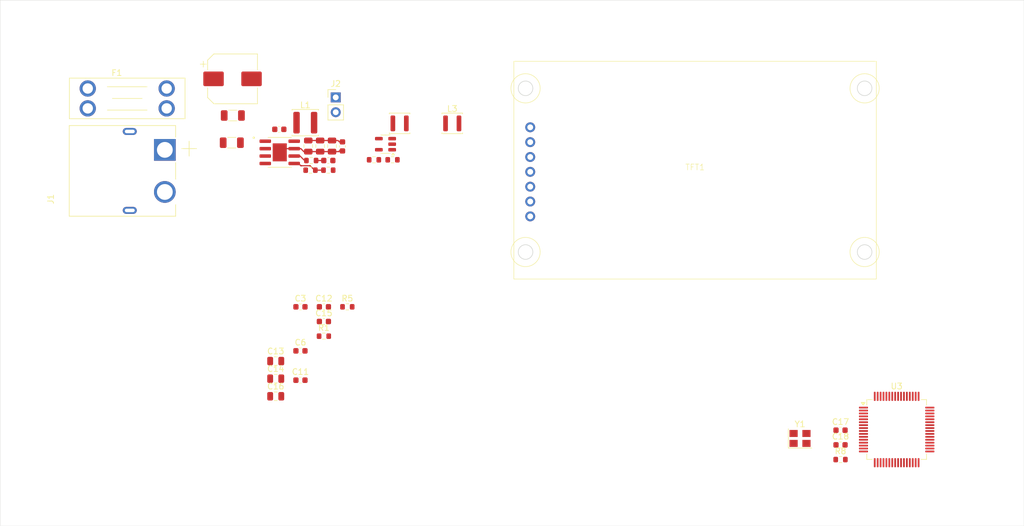
<source format=kicad_pcb>
(kicad_pcb (version 20241229) (generator "pcbnew") (generator_version "9.0")
  (layers (0 "F.Cu" signal) (4 "In1.Cu" signal) (6 "In2.Cu" signal) (2 "B.Cu" signal) (13 "F.Paste" user) (15 "B.Paste" user) (5 "F.SilkS" user "F.Silkscreen") (7 "B.SilkS" user "B.Silkscreen") (1 "F.Mask" user) (3 "B.Mask" user) (25 "Edge.Cuts" user))
  (net 0 "")
  (net 1 "/+vin")
  (net 2 "GND")
  (net 3 "Net-(U1-SS)")
  (net 4 "Net-(U1-SW)")
  (net 5 "Net-(U1-BST)")
  (net 6 "Net-(C5-Pad1)")
  (net 7 "5V")
  (net 8 "Net-(U1-FB)")
  (net 9 "+3V3")
  (net 10 "Net-(U2-FB)")
  (net 11 "+3.3VA")
  (net 12 "Net-(J1-+)")
  (net 13 "Net-(U2-LX)")
  (net 14 "Net-(U1-EN)")
  (net 15 "Net-(U1-COMP)")
  (net 16 "Net-(U2-EN)")
  (net 45 "Net-(U3-VSS-Pad18)")
  (net 78 "Net-(C17-Pad1)")
  (net 79 "Net-(C18-Pad1)")
  (footprint "OchlastaFootprints:GMT020-02 TFT Display" (layer "F.Cu") (at 153.543 48.133)
    (property "Reference" "TFT1" (at 0 -0.5 0) (layer "F.SilkS") (effects (font (thickness 0.1))))
    (property "Value" "~")
    (fp_rect (start -31 -18.625) (end 31 18.625) (stroke (width 0.1)) (fill no) (layer "F.SilkS"))
    (fp_circle (center -29 -14) (end -26.5 -14) (stroke (width 0.1)) (fill no) (layer "F.SilkS"))
    (fp_circle (center -29 14) (end -26.5 14) (stroke (width 0.1)) (fill no) (layer "F.SilkS"))
    (fp_circle (center 29 -14) (end 31.5 -14) (stroke (width 0.1)) (fill no) (layer "F.SilkS"))
    (fp_circle (center 29 14) (end 31.5 14) (stroke (width 0.1)) (fill no) (layer "F.SilkS"))
    (fp_circle (center -29 -14) (end -27.75 -14) (stroke (width 0.1)) (fill no) (layer "Edge.Cuts"))
    (fp_circle (center -29 14) (end -27.75 14) (stroke (width 0.1)) (fill no) (layer "Edge.Cuts"))
    (fp_circle (center 29 -14) (end 30.25 -14) (stroke (width 0.1)) (fill no) (layer "Edge.Cuts"))
    (fp_circle (center 29 14) (end 30.25 14) (stroke (width 0.1)) (fill no) (layer "Edge.Cuts"))
    (pad "1" thru_hole circle (at -28.2 7.905) (size 1.7 1.7) (drill 1) (layers "*.Cu" "*.Mask") (net 2 "GND"))
    (pad "2" thru_hole circle (at -28.2 5.365) (size 1.7 1.7) (drill 1) (layers "*.Cu" "*.Mask") (net 9 "+3V3"))
    (pad "3" thru_hole circle (at -28.2 2.825) (size 1.7 1.7) (drill 1) (layers "*.Cu" "*.Mask"))
    (pad "4" thru_hole circle (at -28.2 0.285) (size 1.7 1.7) (drill 1) (layers "*.Cu" "*.Mask"))
    (pad "5" thru_hole circle (at -28.2 -2.255) (size 1.7 1.7) (drill 1) (layers "*.Cu" "*.Mask"))
    (pad "6" thru_hole circle (at -28.2 -4.795) (size 1.7 1.7) (drill 1) (layers "*.Cu" "*.Mask"))
    (pad "7" thru_hole circle (at -28.2 -7.335) (size 1.7 1.7) (drill 1) (layers "*.Cu" "*.Mask"))
  )
  (footprint "Capacitor_SMD:C_0805_2012Metric" (layer "F.Cu") (at 81.809 80.788)
    (property "Reference" "C13" (at 0 -1.68 0) (layer "F.SilkS"))
    (property "Value" "22 uF")
    (fp_line (start -0.261252 -0.735) (end 0.261252 -0.735) (stroke (width 0.12)) (layer "F.SilkS"))
    (fp_line (start -0.261252 0.735) (end 0.261252 0.735) (stroke (width 0.12)) (layer "F.SilkS"))
    (pad "1" smd roundrect (at -0.95 0) (size 1 1.45) (layers "F.Cu" "F.Mask" "F.Paste") (net 9 "+3V3"))
    (pad "2" smd roundrect (at 0.95 0) (size 1 1.45) (layers "F.Cu" "F.Mask" "F.Paste") (net 2 "GND"))
  )
  (footprint "Capacitor_SMD:C_0805_2012Metric" (layer "F.Cu") (at 81.809 86.808)
    (property "Reference" "C16" (at 0 -1.68 0) (layer "F.SilkS"))
    (property "Value" "22 uF")
    (fp_line (start -0.261252 -0.735) (end 0.261252 -0.735) (stroke (width 0.12)) (layer "F.SilkS"))
    (fp_line (start -0.261252 0.735) (end 0.261252 0.735) (stroke (width 0.12)) (layer "F.SilkS"))
    (pad "1" smd roundrect (at -0.95 0) (size 1 1.45) (layers "F.Cu" "F.Mask" "F.Paste") (net 11 "+3.3VA"))
    (pad "2" smd roundrect (at 0.95 0) (size 1 1.45) (layers "F.Cu" "F.Mask" "F.Paste") (net 2 "GND"))
  )
  (footprint "Inductor_SMD:L_Changjiang_FNR4030S" (layer "F.Cu") (at 86.868 40.005)
    (property "Reference" "L1" (at 0 -3 0) (layer "F.SilkS"))
    (property "Value" "3.6 uH" (hide yes))
    (fp_line (start -2.26 -2.26) (end -2.26 -2.11) (stroke (width 0.12)) (layer "F.SilkS"))
    (fp_line (start -2.26 -2.26) (end 2.26 -2.26) (stroke (width 0.12)) (layer "F.SilkS"))
    (fp_line (start -2.26 2.26) (end -2.26 2.11) (stroke (width 0.12)) (layer "F.SilkS"))
    (fp_line (start -2.26 2.26) (end 2.26 2.26) (stroke (width 0.12)) (layer "F.SilkS"))
    (fp_line (start 2.26 -2.26) (end 2.26 -2.11) (stroke (width 0.12)) (layer "F.SilkS"))
    (fp_line (start 2.26 2.26) (end 2.26 2.11) (stroke (width 0.12)) (layer "F.SilkS"))
    (pad "1" smd roundrect (at -1.5 0) (size 1.1 3.7) (layers "F.Cu" "F.Mask" "F.Paste") (roundrect_rratio 0.227273) (net 4 "Net-(U1-SW)"))
    (pad "2" smd roundrect (at 1.5 0) (size 1.1 3.7) (layers "F.Cu" "F.Mask" "F.Paste") (roundrect_rratio 0.227273) (net 7 "5V"))
  )
  (footprint "Resistor_SMD:R_0603_1608Metric" (layer "F.Cu") (at 87.757 48.133 180)
    (property "Reference" "R4" (hide yes))
    (property "Value" "22.1 k 1%" (hide yes))
    (fp_line (start -0.237258 0.5225) (end 0.237258 0.5225) (stroke (width 0.12)) (layer "F.SilkS"))
    (fp_line (start -0.237258 -0.5225) (end 0.237258 -0.5225) (stroke (width 0.12)) (layer "F.SilkS"))
    (pad "1" smd roundrect (at -0.825 0 180) (size 0.8 0.95) (layers "F.Cu" "F.Mask" "F.Paste") (net 8 "Net-(U1-FB)"))
    (pad "2" smd roundrect (at 0.825 0 180) (size 0.8 0.95) (layers "F.Cu" "F.Mask" "F.Paste") (net 2 "GND"))
  )
  (footprint "Capacitor_SMD:C_0603_1608Metric" (layer "F.Cu") (at 82.423 41.148)
    (property "Reference" "C4" (hide yes))
    (property "Value" "100 nF" (hide yes))
    (fp_line (start -0.14058 -0.51) (end 0.14058 -0.51) (stroke (width 0.12)) (layer "F.SilkS"))
    (fp_line (start -0.14058 0.51) (end 0.14058 0.51) (stroke (width 0.12)) (layer "F.SilkS"))
    (pad "1" smd roundrect (at -0.775 0) (size 0.9 0.95) (layers "F.Cu" "F.Mask" "F.Paste") (net 5 "Net-(U1-BST)"))
    (pad "2" smd roundrect (at 0.775 0) (size 0.9 0.95) (layers "F.Cu" "F.Mask" "F.Paste") (net 4 "Net-(U1-SW)"))
  )
  (footprint "Capacitor_SMD:C_0805_2012Metric" (layer "F.Cu") (at 87.376 44.008 -90)
    (property "Reference" "C10" (hide yes))
    (property "Value" "22 uF" (hide yes))
    (fp_line (start -0.261252 0.735) (end 0.261252 0.735) (stroke (width 0.12)) (layer "F.SilkS"))
    (fp_line (start -0.261252 -0.735) (end 0.261252 -0.735) (stroke (width 0.12)) (layer "F.SilkS"))
    (pad "1" smd roundrect (at -0.95 0 270) (size 1 1.45) (layers "F.Cu" "F.Mask" "F.Paste") (net 7 "5V"))
    (pad "2" smd roundrect (at 0.95 0 270) (size 1 1.45) (layers "F.Cu" "F.Mask" "F.Paste") (net 2 "GND"))
  )
  (footprint "Resistor_SMD:R_0603_1608Metric" (layer "F.Cu") (at 90.805 48.133 180)
    (property "Reference" "R3" (hide yes))
    (property "Value" "124k 1%" (hide yes))
    (fp_line (start -0.237258 0.5225) (end 0.237258 0.5225) (stroke (width 0.12)) (layer "F.SilkS"))
    (fp_line (start -0.237258 -0.5225) (end 0.237258 -0.5225) (stroke (width 0.12)) (layer "F.SilkS"))
    (pad "1" smd roundrect (at -0.825 0 180) (size 0.8 0.95) (layers "F.Cu" "F.Mask" "F.Paste") (net 7 "5V"))
    (pad "2" smd roundrect (at 0.825 0 180) (size 0.8 0.95) (layers "F.Cu" "F.Mask" "F.Paste") (net 8 "Net-(U1-FB)"))
  )
  (footprint "SnapMagic_downloads:AMASS_XT60PW-M" (layer "F.Cu") (at 56.84275 48.26 90)
    (property "Reference" "J1" (at -4.8236 -13.51498 90) (layer "F.SilkS") (effects (font (size 1.000441 1.000441))))
    (property "Value" "XT60PW-M")
    (fp_line (start 7.75 -10.35) (end -7.75 -10.35) (stroke (width 0.127)) (layer "F.SilkS"))
    (fp_line (start -7.75 -10.35) (end -7.75 7.85) (stroke (width 0.127)) (layer "F.SilkS"))
    (fp_line (start 7.75 7.85) (end 7.75 -10.35) (stroke (width 0.127)) (layer "F.SilkS"))
    (fp_line (start 7.75 7.85) (end 5.778 7.85) (stroke (width 0.127)) (layer "F.SilkS"))
    (fp_line (start -1.422 7.85) (end 1.422 7.85) (stroke (width 0.127)) (layer "F.SilkS"))
    (fp_line (start -7.75 7.85) (end -5.778 7.85) (stroke (width 0.127)) (layer "F.SilkS"))
    (fp_line (start 5.08 10.16) (end 3.81 10.16) (stroke (width 0.127)) (layer "F.SilkS"))
    (fp_line (start 3.81 10.16) (end 3.81 8.89) (stroke (width 0.127)) (layer "F.SilkS"))
    (fp_line (start 3.81 10.16) (end 3.81 11.43) (stroke (width 0.127)) (layer "F.SilkS"))
    (fp_line (start 2.54 10.16) (end 3.81 10.16) (stroke (width 0.127)) (layer "F.SilkS"))
    (pad "1" thru_hole rect (at 3.6 6 90) (size 3.716 3.716) (drill 2.7) (layers "*.Cu" "*.Mask") (net 12 "Net-(J1-+)"))
    (pad "2" thru_hole circle (at -3.6 6 90) (size 3.716 3.716) (drill 2.7) (layers "*.Cu" "*.Mask") (net 2 "GND"))
    (pad "S1" thru_hole oval (at 6.75 0 90) (size 1.2 2.4) (drill oval 0.6 1.7) (layers "*.Cu" "*.Mask"))
    (pad "S2" thru_hole oval (at -6.75 0 90) (size 1.2 2.4) (drill oval 0.6 1.7) (layers "*.Cu" "*.Mask"))
  )
  (footprint "OchlastaFootprints:Fuseholder_Keystone_3557" (layer "F.Cu") (at 49.657 34.163)
    (property "Reference" "F1" (at 4.96 -2.67 0) (layer "F.SilkS"))
    (property "Value" "Fuse 30A")
    (fp_line (start -3.14 -1.77) (end -3.14 5.17) (stroke (width 0.12)) (layer "F.SilkS"))
    (fp_line (start -3.14 5.17) (end 16.64 5.17) (stroke (width 0.12)) (layer "F.SilkS"))
    (fp_line (start 3.36 -0.3) (end 10.14 -0.3) (stroke (width 0.12)) (layer "F.SilkS"))
    (fp_line (start 4.21 1.7) (end 9.29 1.7) (stroke (width 0.12)) (layer "F.SilkS"))
    (fp_line (start 10.14 3.7) (end 3.36 3.7) (stroke (width 0.12)) (layer "F.SilkS"))
    (fp_line (start 16.64 -1.77) (end -3.14 -1.77) (stroke (width 0.12)) (layer "F.SilkS"))
    (fp_line (start 16.64 5.17) (end 16.64 -1.77) (stroke (width 0.12)) (layer "F.SilkS"))
    (pad "1" thru_hole circle (at 0 0) (size 2.78 2.78) (drill 1.78) (layers "*.Cu" "*.Mask") (net 12 "Net-(J1-+)"))
    (pad "1" thru_hole circle (at 0 3.4) (size 2.78 2.78) (drill 1.78) (layers "*.Cu" "*.Mask") (net 12 "Net-(J1-+)"))
    (pad "2" thru_hole circle (at 13.5 0) (size 2.78 2.78) (drill 1.78) (layers "*.Cu" "*.Mask") (net 1 "/+vin"))
    (pad "2" thru_hole circle (at 13.5 3.4) (size 2.78 2.78) (drill 1.78) (layers "*.Cu" "*.Mask") (net 1 "/+vin"))
  )
  (footprint "Capacitor_SMD:C_0805_2012Metric" (layer "F.Cu") (at 91.44 44.008 -90)
    (property "Reference" "C8" (hide yes))
    (property "Value" "22 uF" (hide yes))
    (fp_line (start -0.261252 0.735) (end 0.261252 0.735) (stroke (width 0.12)) (layer "F.SilkS"))
    (fp_line (start -0.261252 -0.735) (end 0.261252 -0.735) (stroke (width 0.12)) (layer "F.SilkS"))
    (pad "1" smd roundrect (at -0.95 0 270) (size 1 1.45) (layers "F.Cu" "F.Mask" "F.Paste") (net 7 "5V"))
    (pad "2" smd roundrect (at 0.95 0 270) (size 1 1.45) (layers "F.Cu" "F.Mask" "F.Paste") (net 2 "GND"))
  )
  (footprint "Capacitor_SMD:C_0603_1608Metric" (layer "F.Cu") (at 86.039 79.038)
    (property "Reference" "C6" (at 0 -1.43 0) (layer "F.SilkS"))
    (property "Value" "open")
    (fp_line (start -0.14058 -0.51) (end 0.14058 -0.51) (stroke (width 0.12)) (layer "F.SilkS"))
    (fp_line (start -0.14058 0.51) (end 0.14058 0.51) (stroke (width 0.12)) (layer "F.SilkS"))
    (pad "1" smd roundrect (at -0.775 0) (size 0.9 0.95) (layers "F.Cu" "F.Mask" "F.Paste") (net 7 "5V"))
    (pad "2" smd roundrect (at 0.775 0) (size 0.9 0.95) (layers "F.Cu" "F.Mask" "F.Paste") (net 8 "Net-(U1-FB)"))
  )
  (footprint "Capacitor_SMD:C_0603_1608Metric" (layer "F.Cu") (at 178.422 92.613)
    (property "Reference" "C17" (at 0 -1.43 0) (layer "F.SilkS"))
    (property "Value" "12 pF")
    (fp_line (start -0.14058 -0.51) (end 0.14058 -0.51) (stroke (width 0.12)) (layer "F.SilkS"))
    (fp_line (start -0.14058 0.51) (end 0.14058 0.51) (stroke (width 0.12)) (layer "F.SilkS"))
    (pad "1" smd roundrect (at -0.775 0) (size 0.9 0.95) (layers "F.Cu" "F.Mask" "F.Paste") (net 78 "Net-(C17-Pad1)"))
    (pad "2" smd roundrect (at 0.775 0) (size 0.9 0.95) (layers "F.Cu" "F.Mask" "F.Paste") (net 2 "GND"))
  )
  (footprint "Resistor_SMD:R_0603_1608Metric" (layer "F.Cu") (at 87.884 46.482)
    (property "Reference" "R2" (hide yes))
    (property "Value" "15 k" (hide yes))
    (fp_line (start -0.237258 -0.5225) (end 0.237258 -0.5225) (stroke (width 0.12)) (layer "F.SilkS"))
    (fp_line (start -0.237258 0.5225) (end 0.237258 0.5225) (stroke (width 0.12)) (layer "F.SilkS"))
    (pad "1" smd roundrect (at -0.825 0) (size 0.8 0.95) (layers "F.Cu" "F.Mask" "F.Paste") (net 15 "Net-(U1-COMP)"))
    (pad "2" smd roundrect (at 0.825 0) (size 0.8 0.95) (layers "F.Cu" "F.Mask" "F.Paste") (net 6 "Net-(C5-Pad1)"))
  )
  (footprint "Capacitor_SMD:C_0603_1608Metric" (layer "F.Cu") (at 90.049 71.508)
    (property "Reference" "C12" (at 0 -1.43 0) (layer "F.SilkS"))
    (property "Value" "100 nF")
    (fp_line (start -0.14058 -0.51) (end 0.14058 -0.51) (stroke (width 0.12)) (layer "F.SilkS"))
    (fp_line (start -0.14058 0.51) (end 0.14058 0.51) (stroke (width 0.12)) (layer "F.SilkS"))
    (pad "1" smd roundrect (at -0.775 0) (size 0.9 0.95) (layers "F.Cu" "F.Mask" "F.Paste") (net 9 "+3V3"))
    (pad "2" smd roundrect (at 0.775 0) (size 0.9 0.95) (layers "F.Cu" "F.Mask" "F.Paste") (net 2 "GND"))
  )
  (footprint "Capacitor_SMD:C_0603_1608Metric" (layer "F.Cu") (at 86.039 71.508)
    (property "Reference" "C3" (at 0 -1.43 0) (layer "F.SilkS"))
    (property "Value" "10 nF")
    (fp_line (start -0.14058 -0.51) (end 0.14058 -0.51) (stroke (width 0.12)) (layer "F.SilkS"))
    (fp_line (start -0.14058 0.51) (end 0.14058 0.51) (stroke (width 0.12)) (layer "F.SilkS"))
    (pad "1" smd roundrect (at -0.775 0) (size 0.9 0.95) (layers "F.Cu" "F.Mask" "F.Paste") (net 3 "Net-(U1-SS)"))
    (pad "2" smd roundrect (at 0.775 0) (size 0.9 0.95) (layers "F.Cu" "F.Mask" "F.Paste") (net 2 "GND"))
  )
  (footprint "Capacitor_SMD:C_0603_1608Metric" (layer "F.Cu") (at 93.218 44.069 -90)
    (property "Reference" "C7" (hide yes))
    (property "Value" "100 nF" (hide yes))
    (fp_line (start -0.14058 0.51) (end 0.14058 0.51) (stroke (width 0.12)) (layer "F.SilkS"))
    (fp_line (start -0.14058 -0.51) (end 0.14058 -0.51) (stroke (width 0.12)) (layer "F.SilkS"))
    (pad "1" smd roundrect (at -0.775 0 270) (size 0.9 0.95) (layers "F.Cu" "F.Mask" "F.Paste") (net 7 "5V"))
    (pad "2" smd roundrect (at 0.775 0 270) (size 0.9 0.95) (layers "F.Cu" "F.Mask" "F.Paste") (net 2 "GND"))
  )
  (footprint "Capacitor_SMD:C_0805_2012Metric" (layer "F.Cu") (at 89.408 44.008 -90)
    (property "Reference" "C9" (hide yes))
    (property "Value" "22 uF" (hide yes))
    (fp_line (start -0.261252 0.735) (end 0.261252 0.735) (stroke (width 0.12)) (layer "F.SilkS"))
    (fp_line (start -0.261252 -0.735) (end 0.261252 -0.735) (stroke (width 0.12)) (layer "F.SilkS"))
    (pad "1" smd roundrect (at -0.95 0 270) (size 1 1.45) (layers "F.Cu" "F.Mask" "F.Paste") (net 7 "5V"))
    (pad "2" smd roundrect (at 0.95 0 270) (size 1 1.45) (layers "F.Cu" "F.Mask" "F.Paste") (net 2 "GND"))
  )
  (footprint "Capacitor_SMD:C_0603_1608Metric" (layer "F.Cu") (at 90.049 74.018)
    (property "Reference" "C15" (at 0 -1.43 0) (layer "F.SilkS"))
    (property "Value" "100 nF")
    (fp_line (start -0.14058 -0.51) (end 0.14058 -0.51) (stroke (width 0.12)) (layer "F.SilkS"))
    (fp_line (start -0.14058 0.51) (end 0.14058 0.51) (stroke (width 0.12)) (layer "F.SilkS"))
    (pad "1" smd roundrect (at -0.775 0) (size 0.9 0.95) (layers "F.Cu" "F.Mask" "F.Paste") (net 11 "+3.3VA"))
    (pad "2" smd roundrect (at 0.775 0) (size 0.9 0.95) (layers "F.Cu" "F.Mask" "F.Paste") (net 2 "GND"))
  )
  (footprint "Capacitor_SMD:C_0603_1608Metric" (layer "F.Cu") (at 86.039 84.058)
    (property "Reference" "C11" (at 0 -1.43 0) (layer "F.SilkS"))
    (property "Value" "22 pF")
    (fp_line (start -0.14058 -0.51) (end 0.14058 -0.51) (stroke (width 0.12)) (layer "F.SilkS"))
    (fp_line (start -0.14058 0.51) (end 0.14058 0.51) (stroke (width 0.12)) (layer "F.SilkS"))
    (pad "1" smd roundrect (at -0.775 0) (size 0.9 0.95) (layers "F.Cu" "F.Mask" "F.Paste") (net 9 "+3V3"))
    (pad "2" smd roundrect (at 0.775 0) (size 0.9 0.95) (layers "F.Cu" "F.Mask" "F.Paste") (net 10 "Net-(U2-FB)"))
  )
  (footprint "Capacitor_SMD:C_0603_1608Metric" (layer "F.Cu") (at 178.422 95.123)
    (property "Reference" "C18" (at 0 -1.43 0) (layer "F.SilkS"))
    (property "Value" "12 pF")
    (fp_line (start -0.14058 -0.51) (end 0.14058 -0.51) (stroke (width 0.12)) (layer "F.SilkS"))
    (fp_line (start -0.14058 0.51) (end 0.14058 0.51) (stroke (width 0.12)) (layer "F.SilkS"))
    (pad "1" smd roundrect (at -0.775 0) (size 0.9 0.95) (layers "F.Cu" "F.Mask" "F.Paste") (net 79 "Net-(C18-Pad1)"))
    (pad "2" smd roundrect (at 0.775 0) (size 0.9 0.95) (layers "F.Cu" "F.Mask" "F.Paste") (net 2 "GND"))
  )
  (footprint "Capacitor_SMD:C_1206_3216Metric" (layer "F.Cu") (at 74.471 38.783)
    (property "Reference" "C2" (hide yes))
    (property "Value" "10 uF 50V" (hide yes))
    (fp_line (start -0.711252 -0.91) (end 0.711252 -0.91) (stroke (width 0.12)) (layer "F.SilkS"))
    (fp_line (start -0.711252 0.91) (end 0.711252 0.91) (stroke (width 0.12)) (layer "F.SilkS"))
    (pad "1" smd roundrect (at -1.475 0) (size 1.15 1.8) (layers "F.Cu" "F.Mask" "F.Paste") (roundrect_rratio 0.217391) (net 1 "/+vin"))
    (pad "2" smd roundrect (at 1.475 0) (size 1.15 1.8) (layers "F.Cu" "F.Mask" "F.Paste") (roundrect_rratio 0.217391) (net 2 "GND"))
  )
  (footprint "Package_TO_SOT_SMD:TSOT-23-5" (layer "F.Cu") (at 100.5895 43.688 180)
    (property "Reference" "U2" (hide yes))
    (property "Value" "AP3429" (hide yes))
    (fp_line (start 0 1.56) (end 0.8 1.56) (stroke (width 0.12)) (layer "F.SilkS"))
    (fp_line (start 0 1.56) (end -0.8 1.56) (stroke (width 0.12)) (layer "F.SilkS"))
    (fp_line (start 0 -1.56) (end 0.8 -1.56) (stroke (width 0.12)) (layer "F.SilkS"))
    (fp_line (start 0 -1.56) (end -0.8 -1.56) (stroke (width 0.12)) (layer "F.SilkS"))
    (fp_poly (pts (xy -1.3 -1.51) (xy -1.54 -1.84) (xy -1.06 -1.84) (xy -1.3 -1.51)) (stroke (width 0.12)) (fill yes) (layer "F.SilkS"))
    (pad "1" smd roundrect (at -1.1375 -0.95 180) (size 1.325 0.6) (layers "F.Cu" "F.Mask" "F.Paste") (net 16 "Net-(U2-EN)"))
    (pad "2" smd roundrect (at -1.1375 0 180) (size 1.325 0.6) (layers "F.Cu" "F.Mask" "F.Paste") (net 2 "GND"))
    (pad "3" smd roundrect (at -1.1375 0.95 180) (size 1.325 0.6) (layers "F.Cu" "F.Mask" "F.Paste") (net 13 "Net-(U2-LX)"))
    (pad "4" smd roundrect (at 1.1375 0.95 180) (size 1.325 0.6) (layers "F.Cu" "F.Mask" "F.Paste") (net 7 "5V"))
    (pad "5" smd roundrect (at 1.1375 -0.95 180) (size 1.325 0.6) (layers "F.Cu" "F.Mask" "F.Paste") (net 10 "Net-(U2-FB)"))
  )
  (footprint "Capacitor_SMD:C_1206_3216Metric" (layer "F.Cu") (at 74.295 43.434)
    (property "Reference" "C1" (hide yes))
    (property "Value" "10 uF 50V" (hide yes))
    (fp_line (start -0.711252 -0.91) (end 0.711252 -0.91) (stroke (width 0.12)) (layer "F.SilkS"))
    (fp_line (start -0.711252 0.91) (end 0.711252 0.91) (stroke (width 0.12)) (layer "F.SilkS"))
    (pad "1" smd roundrect (at -1.475 0) (size 1.15 1.8) (layers "F.Cu" "F.Mask" "F.Paste") (roundrect_rratio 0.217391) (net 1 "/+vin"))
    (pad "2" smd roundrect (at 1.475 0) (size 1.15 1.8) (layers "F.Cu" "F.Mask" "F.Paste") (roundrect_rratio 0.217391) (net 2 "GND"))
  )
  (footprint "Resistor_SMD:R_0603_1608Metric" (layer "F.Cu") (at 94.059 71.508)
    (property "Reference" "R5" (at 0 -1.43 0) (layer "F.SilkS"))
    (property "Value" "10 k")
    (fp_line (start -0.237258 -0.5225) (end 0.237258 -0.5225) (stroke (width 0.12)) (layer "F.SilkS"))
    (fp_line (start -0.237258 0.5225) (end 0.237258 0.5225) (stroke (width 0.12)) (layer "F.SilkS"))
    (pad "1" smd roundrect (at -0.825 0) (size 0.8 0.95) (layers "F.Cu" "F.Mask" "F.Paste") (net 7 "5V"))
    (pad "2" smd roundrect (at 0.825 0) (size 0.8 0.95) (layers "F.Cu" "F.Mask" "F.Paste") (net 16 "Net-(U2-EN)"))
  )
  (footprint "Capacitor_SMD:C_0603_1608Metric" (layer "F.Cu") (at 90.805 46.482)
    (property "Reference" "C5" (hide yes))
    (property "Value" "2.7 nF" (hide yes))
    (fp_line (start -0.14058 -0.51) (end 0.14058 -0.51) (stroke (width 0.12)) (layer "F.SilkS"))
    (fp_line (start -0.14058 0.51) (end 0.14058 0.51) (stroke (width 0.12)) (layer "F.SilkS"))
    (pad "1" smd roundrect (at -0.775 0) (size 0.9 0.95) (layers "F.Cu" "F.Mask" "F.Paste") (net 6 "Net-(C5-Pad1)"))
    (pad "2" smd roundrect (at 0.775 0) (size 0.9 0.95) (layers "F.Cu" "F.Mask" "F.Paste") (net 2 "GND"))
  )
  (footprint "Resistor_SMD:R_0603_1608Metric" (layer "F.Cu") (at 178.422 97.633)
    (property "Reference" "R8" (at 0 -1.43 0) (layer "F.SilkS"))
    (property "Value" "47 R")
    (fp_line (start -0.237258 -0.5225) (end 0.237258 -0.5225) (stroke (width 0.12)) (layer "F.SilkS"))
    (fp_line (start -0.237258 0.5225) (end 0.237258 0.5225) (stroke (width 0.12)) (layer "F.SilkS"))
    (pad "1" smd roundrect (at -0.825 0) (size 0.8 0.95) (layers "F.Cu" "F.Mask" "F.Paste"))
    (pad "2" smd roundrect (at 0.825 0) (size 0.8 0.95) (layers "F.Cu" "F.Mask" "F.Paste") (net 79 "Net-(C18-Pad1)"))
  )
  (footprint "SnapMagic_downloads:SOIC127P600X170-9N" (layer "F.Cu") (at 82.497 45.085)
    (property "Reference" "U1" (hide yes))
    (property "Value" "AP64501SP-13" (hide yes))
    (fp_line (start -2 -2.55) (end 2 -2.55) (stroke (width 0.127)) (layer "F.SilkS"))
    (fp_line (start -2 2.55) (end 2 2.55) (stroke (width 0.127)) (layer "F.SilkS"))
    (fp_circle (center -4.445 -2.505) (end -4.345 -2.505) (stroke (width 0.2)) (fill no) (layer "F.SilkS"))
    (pad "1" smd roundrect (at -2.475 -1.905) (size 1.97 0.6) (layers "F.Cu" "F.Mask" "F.Paste") (net 5 "Net-(U1-BST)"))
    (pad "2" smd roundrect (at -2.475 -0.635) (size 1.97 0.6) (layers "F.Cu" "F.Mask" "F.Paste") (net 1 "/+vin"))
    (pad "3" smd roundrect (at -2.475 0.635) (size 1.97 0.6) (layers "F.Cu" "F.Mask" "F.Paste") (net 14 "Net-(U1-EN)"))
    (pad "4" smd roundrect (at -2.475 1.905) (size 1.97 0.6) (layers "F.Cu" "F.Mask" "F.Paste") (net 3 "Net-(U1-SS)"))
    (pad "5" smd roundrect (at 2.475 1.905) (size 1.97 0.6) (layers "F.Cu" "F.Mask" "F.Paste") (net 8 "Net-(U1-FB)"))
    (pad "6" smd roundrect (at 2.475 0.635) (size 1.97 0.6) (layers "F.Cu" "F.Mask" "F.Paste") (net 15 "Net-(U1-COMP)"))
    (pad "7" smd roundrect (at 2.475 -0.635) (size 1.97 0.6) (layers "F.Cu" "F.Mask" "F.Paste") (net 2 "GND"))
    (pad "8" smd roundrect (at 2.475 -1.905) (size 1.97 0.6) (layers "F.Cu" "F.Mask" "F.Paste") (net 4 "Net-(U1-SW)"))
    (pad "9" smd rect (at 0 0) (size 2.41 3.076) (layers "F.Cu" "F.Mask") (net 2 "GND"))
  )
  (footprint "Package_QFP:LQFP-64_10x10mm_P0.5mm" (layer "F.Cu") (at 188.02 92.496)
    (property "Reference" "U3" (at 0 -7.4 0) (layer "F.SilkS"))
    (property "Value" "STM32F334R8Tx")
    (fp_line (start -5.11 -5.11) (end -5.11 -4.16) (stroke (width 0.12)) (layer "F.SilkS"))
    (fp_line (start -5.11 5.11) (end -5.11 4.16) (stroke (width 0.12)) (layer "F.SilkS"))
    (fp_line (start -4.16 -5.11) (end -5.11 -5.11) (stroke (width 0.12)) (layer "F.SilkS"))
    (fp_line (start -4.16 5.11) (end -5.11 5.11) (stroke (width 0.12)) (layer "F.SilkS"))
    (fp_line (start 4.16 -5.11) (end 5.11 -5.11) (stroke (width 0.12)) (layer "F.SilkS"))
    (fp_line (start 4.16 5.11) (end 5.11 5.11) (stroke (width 0.12)) (layer "F.SilkS"))
    (fp_line (start 5.11 -5.11) (end 5.11 -4.16) (stroke (width 0.12)) (layer "F.SilkS"))
    (fp_line (start 5.11 5.11) (end 5.11 4.16) (stroke (width 0.12)) (layer "F.SilkS"))
    (fp_poly (pts (xy -5.725 -4.16) (xy -6.065 -4.63) (xy -5.385 -4.63) (xy -5.725 -4.16)) (stroke (width 0.12)) (fill yes) (layer "F.SilkS"))
    (pad "1" smd roundrect (at -5.675 -3.75) (size 1.55 0.3) (layers "F.Cu" "F.Mask" "F.Paste"))
    (pad "2" smd roundrect (at -5.675 -3.25) (size 1.55 0.3) (layers "F.Cu" "F.Mask" "F.Paste"))
    (pad "3" smd roundrect (at -5.675 -2.75) (size 1.55 0.3) (layers "F.Cu" "F.Mask" "F.Paste"))
    (pad "4" smd roundrect (at -5.675 -2.25) (size 1.55 0.3) (layers "F.Cu" "F.Mask" "F.Paste"))
    (pad "5" smd roundrect (at -5.675 -1.75) (size 1.55 0.3) (layers "F.Cu" "F.Mask" "F.Paste"))
    (pad "6" smd roundrect (at -5.675 -1.25) (size 1.55 0.3) (layers "F.Cu" "F.Mask" "F.Paste"))
    (pad "7" smd roundrect (at -5.675 -0.75) (size 1.55 0.3) (layers "F.Cu" "F.Mask" "F.Paste"))
    (pad "8" smd roundrect (at -5.675 -0.25) (size 1.55 0.3) (layers "F.Cu" "F.Mask" "F.Paste"))
    (pad "9" smd roundrect (at -5.675 0.25) (size 1.55 0.3) (layers "F.Cu" "F.Mask" "F.Paste"))
    (pad "10" smd roundrect (at -5.675 0.75) (size 1.55 0.3) (layers "F.Cu" "F.Mask" "F.Paste"))
    (pad "11" smd roundrect (at -5.675 1.25) (size 1.55 0.3) (layers "F.Cu" "F.Mask" "F.Paste"))
    (pad "12" smd roundrect (at -5.675 1.75) (size 1.55 0.3) (layers "F.Cu" "F.Mask" "F.Paste"))
    (pad "13" smd roundrect (at -5.675 2.25) (size 1.55 0.3) (layers "F.Cu" "F.Mask" "F.Paste"))
    (pad "14" smd roundrect (at -5.675 2.75) (size 1.55 0.3) (layers "F.Cu" "F.Mask" "F.Paste"))
    (pad "15" smd roundrect (at -5.675 3.25) (size 1.55 0.3) (layers "F.Cu" "F.Mask" "F.Paste"))
    (pad "16" smd roundrect (at -5.675 3.75) (size 1.55 0.3) (layers "F.Cu" "F.Mask" "F.Paste"))
    (pad "17" smd roundrect (at -3.75 5.675) (size 0.3 1.55) (layers "F.Cu" "F.Mask" "F.Paste"))
    (pad "18" smd roundrect (at -3.25 5.675) (size 0.3 1.55) (layers "F.Cu" "F.Mask" "F.Paste") (net 45 "Net-(U3-VSS-Pad18)"))
    (pad "19" smd roundrect (at -2.75 5.675) (size 0.3 1.55) (layers "F.Cu" "F.Mask" "F.Paste"))
    (pad "20" smd roundrect (at -2.25 5.675) (size 0.3 1.55) (layers "F.Cu" "F.Mask" "F.Paste"))
    (pad "21" smd roundrect (at -1.75 5.675) (size 0.3 1.55) (layers "F.Cu" "F.Mask" "F.Paste"))
    (pad "22" smd roundrect (at -1.25 5.675) (size 0.3 1.55) (layers "F.Cu" "F.Mask" "F.Paste"))
    (pad "23" smd roundrect (at -0.75 5.675) (size 0.3 1.55) (layers "F.Cu" "F.Mask" "F.Paste"))
    (pad "24" smd roundrect (at -0.25 5.675) (size 0.3 1.55) (layers "F.Cu" "F.Mask" "F.Paste"))
    (pad "25" smd roundrect (at 0.25 5.675) (size 0.3 1.55) (layers "F.Cu" "F.Mask" "F.Paste"))
    (pad "26" smd roundrect (at 0.75 5.675) (size 0.3 1.55) (layers "F.Cu" "F.Mask" "F.Paste"))
    (pad "27" smd roundrect (at 1.25 5.675) (size 0.3 1.55) (layers "F.Cu" "F.Mask" "F.Paste"))
    (pad "28" smd roundrect (at 1.75 5.675) (size 0.3 1.55) (layers "F.Cu" "F.Mask" "F.Paste"))
    (pad "29" smd roundrect (at 2.25 5.675) (size 0.3 1.55) (layers "F.Cu" "F.Mask" "F.Paste"))
    (pad "30" smd roundrect (at 2.75 5.675) (size 0.3 1.55) (layers "F.Cu" "F.Mask" "F.Paste"))
    (pad "31" smd roundrect (at 3.25 5.675) (size 0.3 1.55) (layers "F.Cu" "F.Mask" "F.Paste") (net 45 "Net-(U3-VSS-Pad18)"))
    (pad "32" smd roundrect (at 3.75 5.675) (size 0.3 1.55) (layers "F.Cu" "F.Mask" "F.Paste"))
    (pad "33" smd roundrect (at 5.675 3.75) (size 1.55 0.3) (layers "F.Cu" "F.Mask" "F.Paste"))
    (pad "34" smd roundrect (at 5.675 3.25) (size 1.55 0.3) (layers "F.Cu" "F.Mask" "F.Paste"))
    (pad "35" smd roundrect (at 5.675 2.75) (size 1.55 0.3) (layers "F.Cu" "F.Mask" "F.Paste"))
    (pad "36" smd roundrect (at 5.675 2.25) (size 1.55 0.3) (layers "F.Cu" "F.Mask" "F.Paste"))
    (pad "37" smd roundrect (at 5.675 1.75) (size 1.55 0.3) (layers "F.Cu" "F.Mask" "F.Paste"))
    (pad "38" smd roundrect (at 5.675 1.25) (size 1.55 0.3) (layers "F.Cu" "F.Mask" "F.Paste"))
    (pad "39" smd roundrect (at 5.675 0.75) (size 1.55 0.3) (layers "F.Cu" "F.Mask" "F.Paste"))
    (pad "40" smd roundrect (at 5.675 0.25) (size 1.55 0.3) (layers "F.Cu" "F.Mask" "F.Paste"))
    (pad "41" smd roundrect (at 5.675 -0.25) (size 1.55 0.3) (layers "F.Cu" "F.Mask" "F.Paste"))
    (pad "42" smd roundrect (at 5.675 -0.75) (size 1.55 0.3) (layers "F.Cu" "F.Mask" "F.Paste"))
    (pad "43" smd roundrect (at 5.675 -1.25) (size 1.55 0.3) (layers "F.Cu" "F.Mask" "F.Paste"))
    (pad "44" smd roundrect (at 5.675 -1.75) (size 1.55 0.3) (layers "F.Cu" "F.Mask" "F.Paste"))
    (pad "45" smd roundrect (at 5.675 -2.25) (size 1.55 0.3) (layers "F.Cu" "F.Mask" "F.Paste"))
    (pad "46" smd roundrect (at 5.675 -2.75) (size 1.55 0.3) (layers "F.Cu" "F.Mask" "F.Paste"))
    (pad "47" smd roundrect (at 5.675 -3.25) (size 1.55 0.3) (layers "F.Cu" "F.Mask" "F.Paste") (net 45 "Net-(U3-VSS-Pad18)"))
    (pad "48" smd roundrect (at 5.675 -3.75) (size 1.55 0.3) (layers "F.Cu" "F.Mask" "F.Paste"))
    (pad "49" smd roundrect (at 3.75 -5.675) (size 0.3 1.55) (layers "F.Cu" "F.Mask" "F.Paste"))
    (pad "50" smd roundrect (at 3.25 -5.675) (size 0.3 1.55) (layers "F.Cu" "F.Mask" "F.Paste"))
    (pad "51" smd roundrect (at 2.75 -5.675) (size 0.3 1.55) (layers "F.Cu" "F.Mask" "F.Paste"))
    (pad "52" smd roundrect (at 2.25 -5.675) (size 0.3 1.55) (layers "F.Cu" "F.Mask" "F.Paste"))
    (pad "53" smd roundrect (at 1.75 -5.675) (size 0.3 1.55) (layers "F.Cu" "F.Mask" "F.Paste"))
    (pad "54" smd roundrect (at 1.25 -5.675) (size 0.3 1.55) (layers "F.Cu" "F.Mask" "F.Paste"))
    (pad "55" smd roundrect (at 0.75 -5.675) (size 0.3 1.55) (layers "F.Cu" "F.Mask" "F.Paste"))
    (pad "56" smd roundrect (at 0.25 -5.675) (size 0.3 1.55) (layers "F.Cu" "F.Mask" "F.Paste"))
    (pad "57" smd roundrect (at -0.25 -5.675) (size 0.3 1.55) (layers "F.Cu" "F.Mask" "F.Paste"))
    (pad "58" smd roundrect (at -0.75 -5.675) (size 0.3 1.55) (layers "F.Cu" "F.Mask" "F.Paste"))
    (pad "59" smd roundrect (at -1.25 -5.675) (size 0.3 1.55) (layers "F.Cu" "F.Mask" "F.Paste"))
    (pad "60" smd roundrect (at -1.75 -5.675) (size 0.3 1.55) (layers "F.Cu" "F.Mask" "F.Paste"))
    (pad "61" smd roundrect (at -2.25 -5.675) (size 0.3 1.55) (layers "F.Cu" "F.Mask" "F.Paste"))
    (pad "62" smd roundrect (at -2.75 -5.675) (size 0.3 1.55) (layers "F.Cu" "F.Mask" "F.Paste"))
    (pad "63" smd roundrect (at -3.25 -5.675) (size 0.3 1.55) (layers "F.Cu" "F.Mask" "F.Paste") (net 45 "Net-(U3-VSS-Pad18)"))
    (pad "64" smd roundrect (at -3.75 -5.675) (size 0.3 1.55) (layers "F.Cu" "F.Mask" "F.Paste"))
  )
  (footprint "Inductor_SMD:L_Changjiang_FNR3015S" (layer "F.Cu") (at 102.997 40.132)
    (property "Reference" "L2" (hide yes))
    (property "Value" "2.2 uH" (hide yes))
    (fp_line (start -1.76 -1.76) (end -1.76 -1.61) (stroke (width 0.12)) (layer "F.SilkS"))
    (fp_line (start -1.76 -1.76) (end 1.76 -1.76) (stroke (width 0.12)) (layer "F.SilkS"))
    (fp_line (start -1.76 1.76) (end -1.76 1.61) (stroke (width 0.12)) (layer "F.SilkS"))
    (fp_line (start -1.76 1.76) (end 1.76 1.76) (stroke (width 0.12)) (layer "F.SilkS"))
    (fp_line (start 1.76 -1.76) (end 1.76 -1.61) (stroke (width 0.12)) (layer "F.SilkS"))
    (fp_line (start 1.76 1.76) (end 1.76 1.61) (stroke (width 0.12)) (layer "F.SilkS"))
    (pad "1" smd roundrect (at -1.15 0) (size 0.8 2.7) (layers "F.Cu" "F.Mask" "F.Paste") (net 13 "Net-(U2-LX)"))
    (pad "2" smd roundrect (at 1.15 0) (size 0.8 2.7) (layers "F.Cu" "F.Mask" "F.Paste") (net 9 "+3V3"))
  )
  (footprint "Resistor_SMD:R_0603_1608Metric" (layer "F.Cu") (at 90.049 76.528)
    (property "Reference" "R1" (at 0 -1.43 0) (layer "F.SilkS"))
    (property "Value" "10 k")
    (fp_line (start -0.237258 -0.5225) (end 0.237258 -0.5225) (stroke (width 0.12)) (layer "F.SilkS"))
    (fp_line (start -0.237258 0.5225) (end 0.237258 0.5225) (stroke (width 0.12)) (layer "F.SilkS"))
    (pad "1" smd roundrect (at -0.825 0) (size 0.8 0.95) (layers "F.Cu" "F.Mask" "F.Paste") (net 1 "/+vin"))
    (pad "2" smd roundrect (at 0.825 0) (size 0.8 0.95) (layers "F.Cu" "F.Mask" "F.Paste") (net 14 "Net-(U1-EN)"))
  )
  (footprint "Resistor_SMD:R_0603_1608Metric" (layer "F.Cu") (at 101.791 46.355)
    (property "Reference" "R6" (hide yes))
    (property "Value" "100 k 1%" (hide yes))
    (fp_line (start -0.237258 -0.5225) (end 0.237258 -0.5225) (stroke (width 0.12)) (layer "F.SilkS"))
    (fp_line (start -0.237258 0.5225) (end 0.237258 0.5225) (stroke (width 0.12)) (layer "F.SilkS"))
    (pad "1" smd roundrect (at -0.825 0) (size 0.8 0.95) (layers "F.Cu" "F.Mask" "F.Paste") (net 9 "+3V3"))
    (pad "2" smd roundrect (at 0.825 0) (size 0.8 0.95) (layers "F.Cu" "F.Mask" "F.Paste") (net 10 "Net-(U2-FB)"))
  )
  (footprint "Crystal:Crystal_SMD_3225-4Pin_3.2x2.5mm" (layer "F.Cu") (at 171.493 94.019)
    (property "Reference" "Y1" (at 0 -2.45 0) (layer "F.SilkS"))
    (property "Value" "Crystal_GND24")
    (fp_line (start -2 -1.65) (end -2 1.65) (stroke (width 0.12)) (layer "F.SilkS"))
    (fp_line (start -2 1.65) (end 2 1.65) (stroke (width 0.12)) (layer "F.SilkS"))
    (pad "1" smd rect (at -1.1 0.85) (size 1.4 1.2) (layers "F.Cu" "F.Mask" "F.Paste") (net 78 "Net-(C17-Pad1)"))
    (pad "2" smd rect (at 1.1 0.85) (size 1.4 1.2) (layers "F.Cu" "F.Mask" "F.Paste") (net 2 "GND"))
    (pad "3" smd rect (at 1.1 -0.85) (size 1.4 1.2) (layers "F.Cu" "F.Mask" "F.Paste") (net 79 "Net-(C18-Pad1)"))
    (pad "4" smd rect (at -1.1 -0.85) (size 1.4 1.2) (layers "F.Cu" "F.Mask" "F.Paste") (net 2 "GND"))
  )
  (footprint "Resistor_SMD:R_0603_1608Metric" (layer "F.Cu") (at 98.616 46.355 180)
    (property "Reference" "R7" (hide yes))
    (property "Value" "22.1 k 1%" (hide yes))
    (fp_line (start -0.237258 0.5225) (end 0.237258 0.5225) (stroke (width 0.12)) (layer "F.SilkS"))
    (fp_line (start -0.237258 -0.5225) (end 0.237258 -0.5225) (stroke (width 0.12)) (layer "F.SilkS"))
    (pad "1" smd roundrect (at -0.825 0 180) (size 0.8 0.95) (layers "F.Cu" "F.Mask" "F.Paste") (net 10 "Net-(U2-FB)"))
    (pad "2" smd roundrect (at 0.825 0 180) (size 0.8 0.95) (layers "F.Cu" "F.Mask" "F.Paste") (net 2 "GND"))
  )
  (footprint "Connector_PinHeader_2.54mm:PinHeader_1x02_P2.54mm_Vertical" (layer "F.Cu") (at 92.075 35.682)
    (property "Reference" "J2" (at 0 -2.33 0) (layer "F.SilkS"))
    (property "Value" "5V")
    (fp_line (start -1.33 -1.33) (end 0 -1.33) (stroke (width 0.12)) (layer "F.SilkS"))
    (fp_line (start -1.33 0) (end -1.33 -1.33) (stroke (width 0.12)) (layer "F.SilkS"))
    (fp_line (start -1.33 1.27) (end -1.33 3.87) (stroke (width 0.12)) (layer "F.SilkS"))
    (fp_line (start -1.33 1.27) (end 1.33 1.27) (stroke (width 0.12)) (layer "F.SilkS"))
    (fp_line (start -1.33 3.87) (end 1.33 3.87) (stroke (width 0.12)) (layer "F.SilkS"))
    (fp_line (start 1.33 1.27) (end 1.33 3.87) (stroke (width 0.12)) (layer "F.SilkS"))
    (pad "1" thru_hole rect (at 0 0) (size 1.7 1.7) (drill 1) (layers "*.Cu" "*.Mask") (net 2 "GND"))
    (pad "2" thru_hole oval (at 0 2.54) (size 1.7 1.7) (drill 1) (layers "*.Cu" "*.Mask") (net 7 "5V"))
  )
  (footprint "Capacitor_SMD:CP_Elec_8x10" (layer "F.Cu") (at 74.422 32.512)
    (property "Reference" "CP1" (hide yes))
    (property "Value" "100 uF" (hide yes))
    (fp_line (start -5.5 -2.51) (end -4.5 -2.51) (stroke (width 0.12)) (layer "F.SilkS"))
    (fp_line (start -5 -3.01) (end -5 -2.01) (stroke (width 0.12)) (layer "F.SilkS"))
    (fp_line (start -4.26 -3.195563) (end -4.26 -1.51) (stroke (width 0.12)) (layer "F.SilkS"))
    (fp_line (start -4.26 -3.195563) (end -3.195563 -4.26) (stroke (width 0.12)) (layer "F.SilkS"))
    (fp_line (start -4.26 3.195563) (end -4.26 1.51) (stroke (width 0.12)) (layer "F.SilkS"))
    (fp_line (start -4.26 3.195563) (end -3.195563 4.26) (stroke (width 0.12)) (layer "F.SilkS"))
    (fp_line (start -3.195563 -4.26) (end 4.26 -4.26) (stroke (width 0.12)) (layer "F.SilkS"))
    (fp_line (start -3.195563 4.26) (end 4.26 4.26) (stroke (width 0.12)) (layer "F.SilkS"))
    (fp_line (start 4.26 -4.26) (end 4.26 -1.51) (stroke (width 0.12)) (layer "F.SilkS"))
    (fp_line (start 4.26 4.26) (end 4.26 1.51) (stroke (width 0.12)) (layer "F.SilkS"))
    (pad "1" smd roundrect (at -3.25 0) (size 3.5 2.5) (layers "F.Cu" "F.Mask" "F.Paste") (roundrect_rratio 0.1) (net 1 "/+vin"))
    (pad "2" smd roundrect (at 3.25 0) (size 3.5 2.5) (layers "F.Cu" "F.Mask" "F.Paste") (roundrect_rratio 0.1) (net 2 "GND"))
  )
  (footprint "Capacitor_SMD:C_0805_2012Metric" (layer "F.Cu") (at 81.809 83.798)
    (property "Reference" "C14" (at 0 -1.68 0) (layer "F.SilkS"))
    (property "Value" "22 uF")
    (fp_line (start -0.261252 -0.735) (end 0.261252 -0.735) (stroke (width 0.12)) (layer "F.SilkS"))
    (fp_line (start -0.261252 0.735) (end 0.261252 0.735) (stroke (width 0.12)) (layer "F.SilkS"))
    (pad "1" smd roundrect (at -0.95 0) (size 1 1.45) (layers "F.Cu" "F.Mask" "F.Paste") (net 9 "+3V3"))
    (pad "2" smd roundrect (at 0.95 0) (size 1 1.45) (layers "F.Cu" "F.Mask" "F.Paste") (net 2 "GND"))
  )
  (footprint "Inductor_SMD:L_Changjiang_FNR3015S" (layer "F.Cu") (at 112.007 40.132)
    (property "Reference" "L3" (at 0 -2.5 0) (layer "F.SilkS"))
    (property "Value" "2.2 uH")
    (fp_line (start -1.76 -1.76) (end -1.76 -1.61) (stroke (width 0.12)) (layer "F.SilkS"))
    (fp_line (start -1.76 -1.76) (end 1.76 -1.76) (stroke (width 0.12)) (layer "F.SilkS"))
    (fp_line (start -1.76 1.76) (end -1.76 1.61) (stroke (width 0.12)) (layer "F.SilkS"))
    (fp_line (start -1.76 1.76) (end 1.76 1.76) (stroke (width 0.12)) (layer "F.SilkS"))
    (fp_line (start 1.76 -1.76) (end 1.76 -1.61) (stroke (width 0.12)) (layer "F.SilkS"))
    (fp_line (start 1.76 1.76) (end 1.76 1.61) (stroke (width 0.12)) (layer "F.SilkS"))
    (pad "1" smd roundrect (at -1.15 0) (size 0.8 2.7) (layers "F.Cu" "F.Mask" "F.Paste") (net 9 "+3V3"))
    (pad "2" smd roundrect (at 1.15 0) (size 0.8 2.7) (layers "F.Cu" "F.Mask" "F.Paste") (net 11 "+3.3VA"))
  )
  (gr_rect (start 34.671 19.05) (end 209.804 108.966) (stroke (width 0.05)) (fill no) (layer "Edge.Cuts"))
  (segment (start 89.408 44.958) (end 91.44 44.958) (width 0.2) (layer "F.Cu") (net 2))
  (segment (start 92.723 44.844) (end 92.71 44.831) (width 0.2) (layer "F.Cu") (net 2))
  (segment (start 84.972 44.45) (end 86.106 44.45) (width 0.2) (layer "F.Cu") (net 2))
  (segment (start 92.583 44.958) (end 91.44 44.958) (width 0.2) (layer "F.Cu") (net 2))
  (segment (start 93.218 44.844) (end 92.723 44.844) (width 0.2) (layer "F.Cu") (net 2))
  (segment (start 83.132 44.45) (end 82.497 45.085) (width 0.2) (layer "F.Cu") (net 2))
  (segment (start 86.614 44.958) (end 87.376 44.958) (width 0.2) (layer "F.Cu") (net 2))
  (segment (start 87.376 44.958) (end 89.408 44.958) (width 0.2) (layer "F.Cu") (net 2))
  (segment (start 92.71 44.831) (end 92.583 44.958) (width 0.2) (layer "F.Cu") (net 2))
  (segment (start 84.972 44.45) (end 83.132 44.45) (width 0.2) (layer "F.Cu") (net 2))
  (segment (start 86.106 44.45) (end 86.614 44.958) (width 0.2) (layer "F.Cu") (net 2))
  (segment (start 88.709 46.482) (end 90.03 46.482) (width 0.2) (layer "F.Cu") (net 6))
  (segment (start 92.461 43.058) (end 91.44 43.058) (width 0.2) (layer "F.Cu") (net 7))
  (segment (start 87.376 43.058) (end 91.44 43.058) (width 0.2) (layer "F.Cu") (net 7))
  (segment (start 93.218 43.294) (end 92.697 43.294) (width 0.2) (layer "F.Cu") (net 7))
  (segment (start 92.697 43.294) (end 92.461 43.058) (width 0.2) (layer "F.Cu") (net 7))
  (segment (start 88.582 48.133) (end 89.98 48.133) (width 0.2) (layer "F.Cu") (net 8))
  (segment (start 85.852 46.99) (end 85.852 47.117) (width 0.2) (layer "F.Cu") (net 8))
  (segment (start 86.106 47.371) (end 86.233 47.371) (width 0.2) (layer "F.Cu") (net 8))
  (segment (start 84.972 46.99) (end 85.852 46.99) (width 0.2) (layer "F.Cu") (net 8))
  (segment (start 87.693 47.371) (end 87.63 47.371) (width 0.2) (layer "F.Cu") (net 8))
  (segment (start 85.852 47.117) (end 86.106 47.371) (width 0.2) (layer "F.Cu") (net 8))
  (segment (start 88.582 48.26) (end 87.693 47.371) (width 0.2) (layer "F.Cu") (net 8))
  (segment (start 87.63 47.371) (end 86.106 47.371) (width 0.2) (layer "F.Cu") (net 8))
  (segment (start 85.979 45.72) (end 84.972 45.72) (width 0.2) (layer "F.Cu") (net 15))
  (segment (start 86.741 46.482) (end 85.979 45.72) (width 0.2) (layer "F.Cu") (net 15))
  (segment (start 87.059 46.482) (end 86.741 46.482) (width 0.2) (layer "F.Cu") (net 15))
)
</source>
